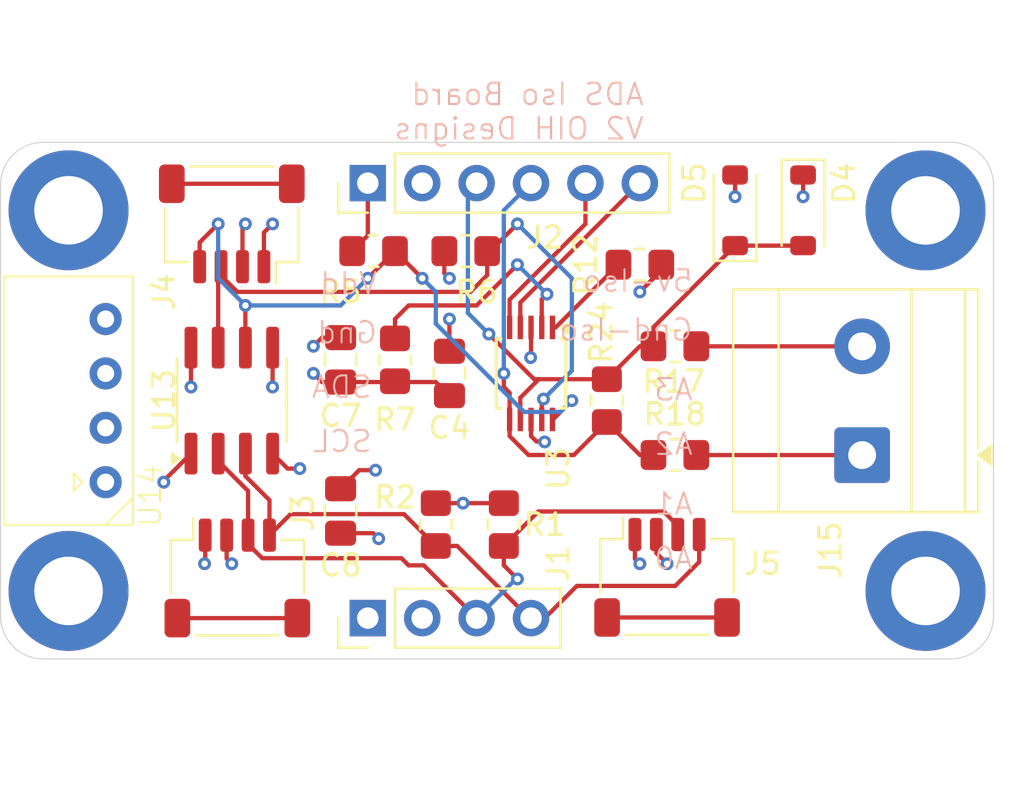
<source format=kicad_pcb>
(kicad_pcb (version 20241229) (generator "pcbnew") (generator_version "9.0")
  (layers (0 "F.Cu" signal) (4 "In1.Cu" signal) (6 "In2.Cu" signal) (2 "B.Cu" signal) (13 "F.Paste" user) (15 "B.Paste" user) (5 "F.SilkS" user "F.Silkscreen") (7 "B.SilkS" user "B.Silkscreen") (1 "F.Mask" user) (3 "B.Mask" user) (25 "Edge.Cuts" user))
  (net 0 "")
  (net 1 "Gnd-iso")
  (net 2 "5V-iso")
  (net 3 "GND")
  (net 4 "VDD")
  (net 5 "ADS_ADDR")
  (net 6 "SCL-5V")
  (net 7 "ADS_ALERT")
  (net 8 "SDA-5V")
  (net 9 "SDA")
  (net 10 "SCL")
  (net 11 "/AIN3")
  (net 12 "/AIN0")
  (net 13 "/AIN2")
  (net 14 "/AIN1")
  (net 15 "unconnected-(J3-MountPin-PadMP)")
  (net 16 "unconnected-(J4-MountPin-PadMP)")
  (net 17 "unconnected-(J5-MountPin-PadMP)")
  (net 18 "Net-(J15-Pin_2)")
  (net 19 "Net-(J15-Pin_1)")
  (footprint "Resistor_SMD:R_0805_2012Metric_Pad1.20x1.40mm_HandSolder" (layer "F.Cu") (at 132.08 55.805 90)
    (property "Reference" "R7" (at -2.794 0 0) (layer "F.SilkS"))
    (property "Value" "4.7K")
    (fp_line (start -0.227064 -0.735) (end 0.227064 -0.735) (stroke (width 0.12)) (layer "F.SilkS"))
    (fp_line (start -0.227064 0.735) (end 0.227064 0.735) (stroke (width 0.12)) (layer "F.SilkS"))
    (pad "1" smd roundrect (at -1 0 90) (size 1.2 1.4) (layers "F.Cu" "F.Mask" "F.Paste") (roundrect_rratio 0.208333) (net 2 "5V-iso"))
    (pad "2" smd roundrect (at 1 0 90) (size 1.2 1.4) (layers "F.Cu" "F.Mask" "F.Paste") (roundrect_rratio 0.208333) (net 7 "ADS_ALERT"))
  )
  (footprint "Resistor_SMD:R_0805_2012Metric_Pad1.20x1.40mm_HandSolder" (layer "F.Cu") (at 143.51 51.36)
    (property "Reference" "R12" (at -2.54 0 90) (layer "F.SilkS"))
    (property "Value" "0")
    (fp_line (start -0.227064 -0.735) (end 0.227064 -0.735) (stroke (width 0.12)) (layer "F.SilkS"))
    (fp_line (start -0.227064 0.735) (end 0.227064 0.735) (stroke (width 0.12)) (layer "F.SilkS"))
    (pad "1" smd roundrect (at -1 0) (size 1.2 1.4) (layers "F.Cu" "F.Mask" "F.Paste") (roundrect_rratio 0.208333) (net 5 "ADS_ADDR"))
    (pad "2" smd roundrect (at 1 0) (size 1.2 1.4) (layers "F.Cu" "F.Mask" "F.Paste") (roundrect_rratio 0.208333) (net 1 "Gnd-iso"))
  )
  (footprint "Diode_SMD:D_SOD-123" (layer "F.Cu") (at 151.13 48.82 -90)
    (property "Reference" "D4" (at -1.27 -1.905 90) (layer "F.SilkS"))
    (property "Value" "D_Schottky")
    (fp_line (start -2.36 1) (end 1.65 1) (stroke (width 0.12)) (layer "F.SilkS"))
    (fp_line (start -2.36 -1) (end -2.36 1) (stroke (width 0.12)) (layer "F.SilkS"))
    (fp_line (start -2.36 -1) (end 1.65 -1) (stroke (width 0.12)) (layer "F.SilkS"))
    (pad "1" smd roundrect (at -1.65 0 270) (size 0.9 1.2) (layers "F.Cu" "F.Mask" "F.Paste") (net 2 "5V-iso"))
    (pad "2" smd roundrect (at 1.65 0 270) (size 0.9 1.2) (layers "F.Cu" "F.Mask" "F.Paste") (net 11 "/AIN3"))
  )
  (footprint "Package_SO:TSSOP-10_3x3mm_P0.5mm" (layer "F.Cu") (at 138.43 56.44 -90)
    (property "Reference" "U3" (at 4.445 -1.27 90) (layer "F.SilkS"))
    (property "Value" "ADS1115IDGS")
    (fp_line (start -1.625 1.625) (end 1.625 1.625) (stroke (width 0.15)) (layer "F.SilkS"))
    (fp_line (start -1.625 1.625) (end -1.625 1.4) (stroke (width 0.15)) (layer "F.SilkS"))
    (fp_line (start 1.625 1.625) (end 1.625 1.4) (stroke (width 0.15)) (layer "F.SilkS"))
    (fp_line (start -1.625 -1.625) (end -1.625 -1.4) (stroke (width 0.15)) (layer "F.SilkS"))
    (fp_line (start -1.625 -1.625) (end 1.625 -1.625) (stroke (width 0.15)) (layer "F.SilkS"))
    (fp_line (start 1.625 -1.625) (end 1.625 -1.4) (stroke (width 0.15)) (layer "F.SilkS"))
    (fp_poly (pts (xy -2.1 -1.4) (xy -2.34 -1.73) (xy -1.86 -1.73) (xy -2.1 -1.4)) (stroke (width 0.12)) (fill yes) (layer "F.SilkS"))
    (pad "1" smd rect (at -2.15 -1 270) (size 1.1 0.25) (layers "F.Cu" "F.Mask" "F.Paste") (net 5 "ADS_ADDR"))
    (pad "2" smd rect (at -2.15 -0.5 270) (size 1.1 0.25) (layers "F.Cu" "F.Mask" "F.Paste") (net 7 "ADS_ALERT"))
    (pad "3" smd rect (at -2.15 0 270) (size 1.1 0.25) (layers "F.Cu" "F.Mask" "F.Paste") (net 1 "Gnd-iso"))
    (pad "4" smd rect (at -2.15 0.5 270) (size 1.1 0.25) (layers "F.Cu" "F.Mask" "F.Paste") (net 12 "/AIN0"))
    (pad "5" smd rect (at -2.15 1 270) (size 1.1 0.25) (layers "F.Cu" "F.Mask" "F.Paste") (net 14 "/AIN1"))
    (pad "6" smd rect (at 2.15 1 270) (size 1.1 0.25) (layers "F.Cu" "F.Mask" "F.Paste") (net 13 "/AIN2"))
    (pad "7" smd rect (at 2.15 0.5 270) (size 1.1 0.25) (layers "F.Cu" "F.Mask" "F.Paste") (net 11 "/AIN3"))
    (pad "8" smd rect (at 2.15 0 270) (size 1.1 0.25) (layers "F.Cu" "F.Mask" "F.Paste") (net 2 "5V-iso"))
    (pad "9" smd rect (at 2.15 -0.5 270) (size 1.1 0.25) (layers "F.Cu" "F.Mask" "F.Paste") (net 8 "SDA-5V"))
    (pad "10" smd rect (at 2.15 -1 270) (size 1.1 0.25) (layers "F.Cu" "F.Mask" "F.Paste") (net 6 "SCL-5V"))
  )
  (footprint "Library:XP SCT01F03S05" (layer "F.Cu") (at 117.46 56.41 90)
    (property "Reference" "U14" (at -5.745 3.19 90) (layer "F.SilkS") (effects (font (thickness 0.1))))
    (property "Value" "RFM-0505S")
    (fp_line (start -4.757053 -0.377577) (end -4.706253 -0.377577) (stroke (width 0.1)) (layer "F.SilkS"))
    (fp_line (start -5.519053 -0.377577) (end -4.757053 -0.377577) (stroke (width 0.1)) (layer "F.SilkS"))
    (fp_line (start -5.112653 0.028823) (end -4.706253 -0.377577) (stroke (width 0.1)) (layer "F.SilkS"))
    (fp_line (start -5.112653 0.028823) (end -5.519053 -0.377577) (stroke (width 0.1)) (layer "F.SilkS"))
    (fp_line (start -7.1 1.11) (end -5.83 2.38) (stroke (width 0.1)) (layer "F.SilkS"))
    (fp_rect (start -7.1 -3.62) (end 4.5 2.38) (stroke (width 0.1)) (fill no) (layer "F.SilkS"))
    (pad "1" thru_hole circle (at -5.11 1.11 90) (size 1.5 1.5) (drill 0.8) (layers "*.Cu" "*.Mask") (net 3 "GND"))
    (pad "2" thru_hole circle (at -2.57 1.11 90) (size 1.5 1.5) (drill 0.8) (layers "*.Cu" "*.Mask") (net 4 "VDD"))
    (pad "3" thru_hole circle (at -0.03 1.11 90) (size 1.5 1.5) (drill 0.8) (layers "*.Cu" "*.Mask") (net 1 "Gnd-iso"))
    (pad "4" thru_hole circle (at 2.51 1.11 90) (size 1.5 1.5) (drill 0.8) (layers "*.Cu" "*.Mask") (net 2 "5V-iso"))
  )
  (footprint "Package_SO:SOIC-8_3.9x4.9mm_P1.27mm" (layer "F.Cu") (at 124.46 57.71 90)
    (property "Reference" "U13" (at 0 -3.175 90) (layer "F.SilkS"))
    (property "Value" "ISO1540")
    (fp_line (start 0 -2.56) (end 1.95 -2.56) (stroke (width 0.12)) (layer "F.SilkS"))
    (fp_line (start 0 -2.56) (end -1.95 -2.56) (stroke (width 0.12)) (layer "F.SilkS"))
    (fp_line (start 0 2.56) (end 1.95 2.56) (stroke (width 0.12)) (layer "F.SilkS"))
    (fp_line (start 0 2.56) (end -1.95 2.56) (stroke (width 0.12)) (layer "F.SilkS"))
    (fp_poly (pts (xy -2.7 -2.465) (xy -2.94 -2.795) (xy -2.46 -2.795)) (stroke (width 0.12)) (fill yes) (layer "F.SilkS"))
    (pad "1" smd roundrect (at -2.475 -1.905 90) (size 1.95 0.6) (layers "F.Cu" "F.Mask" "F.Paste") (net 4 "VDD"))
    (pad "2" smd roundrect (at -2.475 -0.635 90) (size 1.95 0.6) (layers "F.Cu" "F.Mask" "F.Paste") (net 9 "SDA"))
    (pad "3" smd roundrect (at -2.475 0.635 90) (size 1.95 0.6) (layers "F.Cu" "F.Mask" "F.Paste") (net 10 "SCL"))
    (pad "4" smd roundrect (at -2.475 1.905 90) (size 1.95 0.6) (layers "F.Cu" "F.Mask" "F.Paste") (net 3 "GND"))
    (pad "5" smd roundrect (at 2.475 1.905 90) (size 1.95 0.6) (layers "F.Cu" "F.Mask" "F.Paste") (net 1 "Gnd-iso"))
    (pad "6" smd roundrect (at 2.475 0.635 90) (size 1.95 0.6) (layers "F.Cu" "F.Mask" "F.Paste") (net 6 "SCL-5V"))
    (pad "7" smd roundrect (at 2.475 -0.635 90) (size 1.95 0.6) (layers "F.Cu" "F.Mask" "F.Paste") (net 8 "SDA-5V"))
    (pad "8" smd roundrect (at 2.475 -1.905 90) (size 1.95 0.6) (layers "F.Cu" "F.Mask" "F.Paste") (net 2 "5V-iso"))
  )
  (footprint "MountingHole:MountingHole_3.2mm_M3_DIN965_Pad_TopBottom" (layer "F.Cu") (at 116.84 66.6 90)
    (property "Reference" "H1" (hide yes))
    (property "Value" "MountingHole")
    (pad "1" thru_hole circle (at 0 0 90) (size 3.6 3.6) (drill 3.2) (layers "*.Cu" "*.Mask"))
    (pad "1" connect circle (at 0 0 90) (size 5.6 5.6) (layers "F.Cu" "F.Mask"))
    (pad "1" connect circle (at 0 0 90) (size 5.6 5.6) (layers "B.Cu" "B.Mask"))
  )
  (footprint "TerminalBlock_Phoenix:TerminalBlock_Phoenix_MKDS-3-2-5.08_1x02_P5.08mm_Horizontal" (layer "F.Cu") (at 153.88625 60.255 90)
    (property "Reference" "J15" (at -4.44 -1.48625 90) (layer "F.SilkS"))
    (property "Value" "Barrel_Jack")
    (fp_line (start 7.74 -6.02) (end 7.74 5.42) (stroke (width 0.12)) (layer "F.SilkS"))
    (fp_line (start -2.66 -6.02) (end 7.74 -6.02) (stroke (width 0.12)) (layer "F.SilkS"))
    (fp_line (start -2.66 -3.9) (end 7.74 -3.9) (stroke (width 0.12)) (layer "F.SilkS"))
    (fp_line (start -2.66 2.3) (end 7.74 2.3) (stroke (width 0.12)) (layer "F.SilkS"))
    (fp_line (start -2.66 4.8) (end 7.74 4.8) (stroke (width 0.12)) (layer "F.SilkS"))
    (fp_line (start 7.74 5.42) (end 0.3 5.42) (stroke (width 0.12)) (layer "F.SilkS"))
    (fp_line (start -0.3 5.42) (end -2.66 5.42) (stroke (width 0.12)) (layer "F.SilkS"))
    (fp_line (start -2.66 5.42) (end -2.66 -6.02) (stroke (width 0.12)) (layer "F.SilkS"))
    (fp_poly (pts (xy 0 5.42) (xy 0.44 6.03) (xy -0.44 6.03)) (stroke (width 0.12)) (fill yes) (layer "F.SilkS"))
    (pad "1" thru_hole roundrect (at 0 0 90) (size 2.6 2.6) (drill 1.3) (layers "*.Cu" "*.Mask") (roundrect_rratio 0.096154) (net 19 "Net-(J15-Pin_1)"))
    (pad "2" thru_hole circle (at 5.08 0 90) (size 2.6 2.6) (drill 1.3) (layers "*.Cu" "*.Mask") (net 18 "Net-(J15-Pin_2)"))
  )
  (footprint "Resistor_SMD:R_0805_2012Metric_Pad1.20x1.40mm_HandSolder" (layer "F.Cu") (at 141.97 57.71 -90)
    (property "Reference" "R24" (at -3.175 0.265 90) (layer "F.SilkS"))
    (property "Value" "15K")
    (fp_line (start -0.227064 0.735) (end 0.227064 0.735) (stroke (width 0.12)) (layer "F.SilkS"))
    (fp_line (start -0.227064 -0.735) (end 0.227064 -0.735) (stroke (width 0.12)) (layer "F.SilkS"))
    (pad "1" smd roundrect (at -1 0 270) (size 1.2 1.4) (layers "F.Cu" "F.Mask" "F.Paste") (roundrect_rratio 0.208333) (net 11 "/AIN3"))
    (pad "2" smd roundrect (at 1 0 270) (size 1.2 1.4) (layers "F.Cu" "F.Mask" "F.Paste") (roundrect_rratio 0.208333) (net 13 "/AIN2"))
  )
  (footprint "Capacitor_SMD:C_0805_2012Metric_Pad1.18x1.45mm_HandSolder" (layer "F.Cu") (at 129.54 62.865 -90)
    (property "Reference" "C8" (at 2.54 0 180) (layer "F.SilkS"))
    (property "Value" "0.1uF")
    (fp_line (start -0.261252 0.735) (end 0.261252 0.735) (stroke (width 0.12)) (layer "F.SilkS"))
    (fp_line (start -0.261252 -0.735) (end 0.261252 -0.735) (stroke (width 0.12)) (layer "F.SilkS"))
    (pad "1" smd roundrect (at -1.0375 0 270) (size 1.175 1.45) (layers "F.Cu" "F.Mask" "F.Paste") (roundrect_rratio 0.212766) (net 4 "VDD"))
    (pad "2" smd roundrect (at 1.0375 0 270) (size 1.175 1.45) (layers "F.Cu" "F.Mask" "F.Paste") (roundrect_rratio 0.212766) (net 3 "GND"))
  )
  (footprint "Connector_JST:JST_SH_SM04B-SRSS-TB_1x04-1MP_P1.00mm_Horizontal" (layer "F.Cu") (at 124.46 49.455 180)
    (property "Reference" "J4" (at 3.175 -3.175 90) (layer "F.SilkS"))
    (property "Value" "Conn_01x04_MountingPin")
    (fp_line (start 3.11 0.715) (end 3.11 -1.785) (stroke (width 0.12)) (layer "F.SilkS"))
    (fp_line (start 3.11 -1.785) (end 2.06 -1.785) (stroke (width 0.12)) (layer "F.SilkS"))
    (fp_line (start -1.94 2.685) (end 1.94 2.685) (stroke (width 0.12)) (layer "F.SilkS"))
    (fp_line (start -2.06 -1.785) (end -2.06 -2.775) (stroke (width 0.12)) (layer "F.SilkS"))
    (fp_line (start -3.11 0.715) (end -3.11 -1.785) (stroke (width 0.12)) (layer "F.SilkS"))
    (fp_line (start -3.11 -1.785) (end -2.06 -1.785) (stroke (width 0.12)) (layer "F.SilkS"))
    (pad "1" smd roundrect (at -1.5 -2 180) (size 0.6 1.55) (layers "F.Cu" "F.Mask" "F.Paste") (net 1 "Gnd-iso"))
    (pad "2" smd roundrect (at -0.5 -2 180) (size 0.6 1.55) (layers "F.Cu" "F.Mask" "F.Paste") (net 2 "5V-iso"))
    (pad "3" smd roundrect (at 0.5 -2 180) (size 0.6 1.55) (layers "F.Cu" "F.Mask" "F.Paste") (net 8 "SDA-5V"))
    (pad "4" smd roundrect (at 1.5 -2 180) (size 0.6 1.55) (layers "F.Cu" "F.Mask" "F.Paste") (net 6 "SCL-5V"))
    (pad "MP" smd roundrect (at -2.8 1.875 180) (size 1.2 1.8) (layers "F.Cu" "F.Mask" "F.Paste") (roundrect_rratio 0.208333) (net 16 "unconnected-(J4-MountPin-PadMP)"))
    (pad "MP" smd roundrect (at 2.8 1.875 180) (size 1.2 1.8) (layers "F.Cu" "F.Mask" "F.Paste") (roundrect_rratio 0.208333) (net 16 "unconnected-(J4-MountPin-PadMP)"))
  )
  (footprint "Connector_PinHeader_2.54mm:PinHeader_1x06_P2.54mm_Vertical" (layer "F.Cu") (at 130.81 47.55 90)
    (property "Reference" "J2" (at -2.54 8.255 0) (layer "F.SilkS"))
    (property "Value" "Screw_Terminal_01x06")
    (fp_line (start -1.38 -1.38) (end 0 -1.38) (stroke (width 0.12)) (layer "F.SilkS"))
    (fp_line (start -1.38 0) (end -1.38 -1.38) (stroke (width 0.12)) (layer "F.SilkS"))
    (fp_line (start 1.38 1.27) (end 1.38 14.08) (stroke (width 0.12)) (layer "F.SilkS"))
    (fp_line (start -1.38 1.27) (end 1.38 1.27) (stroke (width 0.12)) (layer "F.SilkS"))
    (fp_line (start -1.38 1.27) (end -1.38 14.08) (stroke (width 0.12)) (layer "F.SilkS"))
    (fp_line (start -1.38 14.08) (end 1.38 14.08) (stroke (width 0.12)) (layer "F.SilkS"))
    (pad "1" thru_hole rect (at 0 0 90) (size 1.7 1.7) (drill 1) (layers "*.Cu" "*.Mask") (net 2 "5V-iso"))
    (pad "2" thru_hole circle (at 0 2.54 90) (size 1.7 1.7) (drill 1) (layers "*.Cu" "*.Mask") (net 1 "Gnd-iso"))
    (pad "3" thru_hole circle (at 0 5.08 90) (size 1.7 1.7) (drill 1) (layers "*.Cu" "*.Mask") (net 11 "/AIN3"))
    (pad "4" thru_hole circle (at 0 7.62 90) (size 1.7 1.7) (drill 1) (layers "*.Cu" "*.Mask") (net 13 "/AIN2"))
    (pad "5" thru_hole circle (at 0 10.16 90) (size 1.7 1.7) (drill 1) (layers "*.Cu" "*.Mask") (net 14 "/AIN1"))
    (pad "6" thru_hole circle (at 0 12.7 90) (size 1.7 1.7) (drill 1) (layers "*.Cu" "*.Mask") (net 12 "/AIN0"))
  )
  (footprint "Connector_JST:JST_SH_SM04B-SRSS-TB_1x04-1MP_P1.00mm_Horizontal" (layer "F.Cu") (at 144.78 65.965)
    (property "Reference" "J5" (at 4.445 -0.635 0) (layer "F.SilkS"))
    (property "Value" "Conn_01x04_MountingPin")
    (fp_line (start -3.11 -1.785) (end -2.06 -1.785) (stroke (width 0.12)) (layer "F.SilkS"))
    (fp_line (start -3.11 0.715) (end -3.11 -1.785) (stroke (width 0.12)) (layer "F.SilkS"))
    (fp_line (start -2.06 -1.785) (end -2.06 -2.775) (stroke (width 0.12)) (layer "F.SilkS"))
    (fp_line (start -1.94 2.685) (end 1.94 2.685) (stroke (width 0.12)) (layer "F.SilkS"))
    (fp_line (start 3.11 -1.785) (end 2.06 -1.785) (stroke (width 0.12)) (layer "F.SilkS"))
    (fp_line (start 3.11 0.715) (end 3.11 -1.785) (stroke (width 0.12)) (layer "F.SilkS"))
    (pad "1" smd roundrect (at -1.5 -2) (size 0.6 1.55) (layers "F.Cu" "F.Mask" "F.Paste") (net 3 "GND"))
    (pad "2" smd roundrect (at -0.5 -2) (size 0.6 1.55) (layers "F.Cu" "F.Mask" "F.Paste") (net 4 "VDD"))
    (pad "3" smd roundrect (at 0.5 -2) (size 0.6 1.55) (layers "F.Cu" "F.Mask" "F.Paste") (net 9 "SDA"))
    (pad "4" smd roundrect (at 1.5 -2) (size 0.6 1.55) (layers "F.Cu" "F.Mask" "F.Paste") (net 10 "SCL"))
    (pad "MP" smd roundrect (at -2.8 1.875) (size 1.2 1.8) (layers "F.Cu" "F.Mask" "F.Paste") (roundrect_rratio 0.208333) (net 17 "unconnected-(J5-MountPin-PadMP)"))
    (pad "MP" smd roundrect (at 2.8 1.875) (size 1.2 1.8) (layers "F.Cu" "F.Mask" "F.Paste") (roundrect_rratio 0.208333) (net 17 "unconnected-(J5-MountPin-PadMP)"))
  )
  (footprint "Resistor_SMD:R_0805_2012Metric_Pad1.20x1.40mm_HandSolder" (layer "F.Cu") (at 145.145 60.25 180)
    (property "Reference" "R18" (at 0 1.905 0) (layer "F.SilkS"))
    (property "Value" "499.0K")
    (fp_line (start -0.227064 0.735) (end 0.227064 0.735) (stroke (width 0.12)) (layer "F.SilkS"))
    (fp_line (start -0.227064 -0.735) (end 0.227064 -0.735) (stroke (width 0.12)) (layer "F.SilkS"))
    (pad "1" smd roundrect (at -1 0 180) (size 1.2 1.4) (layers "F.Cu" "F.Mask" "F.Paste") (roundrect_rratio 0.208333) (net 19 "Net-(J15-Pin_1)"))
    (pad "2" smd roundrect (at 1 0 180) (size 1.2 1.4) (layers "F.Cu" "F.Mask" "F.Paste") (roundrect_rratio 0.208333) (net 13 "/AIN2"))
  )
  (footprint "MountingHole:MountingHole_3.2mm_M3_DIN965_Pad_TopBottom" (layer "F.Cu") (at 116.84 48.82 90)
    (property "Reference" "H2" (hide yes))
    (property "Value" "MountingHole")
    (pad "1" thru_hole circle (at 0 0 90) (size 3.6 3.6) (drill 3.2) (layers "*.Cu" "*.Mask"))
    (pad "1" connect circle (at 0 0 90) (size 5.6 5.6) (layers "F.Cu" "F.Mask"))
    (pad "1" connect circle (at 0 0 90) (size 5.6 5.6) (layers "B.Cu" "B.Mask"))
  )
  (footprint "MountingHole:MountingHole_3.2mm_M3_DIN965_Pad_TopBottom" (layer "F.Cu") (at 156.845 48.825 90)
    (property "Reference" "H4" (hide yes))
    (property "Value" "MountingHole")
    (pad "1" thru_hole circle (at 0 0 90) (size 3.6 3.6) (drill 3.2) (layers "*.Cu" "*.Mask"))
    (pad "1" connect circle (at 0 0 90) (size 5.6 5.6) (layers "F.Cu" "F.Mask"))
    (pad "1" connect circle (at 0 0 90) (size 5.6 5.6) (layers "B.Cu" "B.Mask"))
  )
  (footprint "Capacitor_SMD:C_0805_2012Metric_Pad1.18x1.45mm_HandSolder" (layer "F.Cu") (at 129.54 55.805 90)
    (property "Reference" "C7" (at -2.615 0 180) (layer "F.SilkS"))
    (property "Value" "0.1uF")
    (fp_line (start -0.261252 -0.735) (end 0.261252 -0.735) (stroke (width 0.12)) (layer "F.SilkS"))
    (fp_line (start -0.261252 0.735) (end 0.261252 0.735) (stroke (width 0.12)) (layer "F.SilkS"))
    (pad "1" smd roundrect (at -1.0375 0 90) (size 1.175 1.45) (layers "F.Cu" "F.Mask" "F.Paste") (roundrect_rratio 0.212766) (net 2 "5V-iso"))
    (pad "2" smd roundrect (at 1.0375 0 90) (size 1.175 1.45) (layers "F.Cu" "F.Mask" "F.Paste") (roundrect_rratio 0.212766) (net 1 "Gnd-iso"))
  )
  (footprint "Connector_JST:JST_SH_SM04B-SRSS-TB_1x04-1MP_P1.00mm_Horizontal" (layer "F.Cu") (at 124.72 65.995)
    (property "Reference" "J3" (at 3.048 -3.048 90) (layer "F.SilkS"))
    (property "Value" "Conn_01x04_MountingPin")
    (fp_line (start -3.11 -1.785) (end -2.06 -1.785) (stroke (width 0.12)) (layer "F.SilkS"))
    (fp_line (start -3.11 0.715) (end -3.11 -1.785) (stroke (width 0.12)) (layer "F.SilkS"))
    (fp_line (start -2.06 -1.785) (end -2.06 -2.775) (stroke (width 0.12)) (layer "F.SilkS"))
    (fp_line (start -1.94 2.685) (end 1.94 2.685) (stroke (width 0.12)) (layer "F.SilkS"))
    (fp_line (start 3.11 -1.785) (end 2.06 -1.785) (stroke (width 0.12)) (layer "F.SilkS"))
    (fp_line (start 3.11 0.715) (end 3.11 -1.785) (stroke (width 0.12)) (layer "F.SilkS"))
    (pad "1" smd roundrect (at -1.5 -2) (size 0.6 1.55) (layers "F.Cu" "F.Mask" "F.Paste") (net 3 "GND"))
    (pad "2" smd roundrect (at -0.5 -2) (size 0.6 1.55) (layers "F.Cu" "F.Mask" "F.Paste") (net 4 "VDD"))
    (pad "3" smd roundrect (at 0.5 -2) (size 0.6 1.55) (layers "F.Cu" "F.Mask" "F.Paste") (net 9 "SDA"))
    (pad "4" smd roundrect (at 1.5 -2) (size 0.6 1.55) (layers "F.Cu" "F.Mask" "F.Paste") (net 10 "SCL"))
    (pad "MP" smd roundrect (at -2.8 1.875) (size 1.2 1.8) (layers "F.Cu" "F.Mask" "F.Paste") (roundrect_rratio 0.208333) (net 15 "unconnected-(J3-MountPin-PadMP)"))
    (pad "MP" smd roundrect (at 2.8 1.875) (size 1.2 1.8) (layers "F.Cu" "F.Mask" "F.Paste") (roundrect_rratio 0.208333) (net 15 "unconnected-(J3-MountPin-PadMP)"))
  )
  (footprint "Capacitor_SMD:C_0805_2012Metric_Pad1.18x1.45mm_HandSolder" (layer "F.Cu") (at 134.62 56.44 -90)
    (property "Reference" "C4" (at 2.54 0 0) (layer "F.SilkS"))
    (property "Value" "0.1uF")
    (fp_line (start -0.261252 0.735) (end 0.261252 0.735) (stroke (width 0.12)) (layer "F.SilkS"))
    (fp_line (start -0.261252 -0.735) (end 0.261252 -0.735) (stroke (width 0.12)) (layer "F.SilkS"))
    (pad "1" smd roundrect (at -1.0375 0 270) (size 1.175 1.45) (layers "F.Cu" "F.Mask" "F.Paste") (roundrect_rratio 0.212766) (net 1 "Gnd-iso"))
    (pad "2" smd roundrect (at 1.0375 0 270) (size 1.175 1.45) (layers "F.Cu" "F.Mask" "F.Paste") (roundrect_rratio 0.212766) (net 2 "5V-iso"))
  )
  (footprint "Resistor_SMD:R_0805_2012Metric_Pad1.20x1.40mm_HandSolder" (layer "F.Cu") (at 145.145 55.17 180)
    (property "Reference" "R17" (at 0.04875 -1.65 0) (layer "F.SilkS"))
    (property "Value" "499.0K")
    (fp_line (start -0.227064 0.735) (end 0.227064 0.735) (stroke (width 0.12)) (layer "F.SilkS"))
    (fp_line (start -0.227064 -0.735) (end 0.227064 -0.735) (stroke (width 0.12)) (layer "F.SilkS"))
    (pad "1" smd roundrect (at -1 0 180) (size 1.2 1.4) (layers "F.Cu" "F.Mask" "F.Paste") (roundrect_rratio 0.208333) (net 18 "Net-(J15-Pin_2)"))
    (pad "2" smd roundrect (at 1 0 180) (size 1.2 1.4) (layers "F.Cu" "F.Mask" "F.Paste") (roundrect_rratio 0.208333) (net 11 "/AIN3"))
  )
  (footprint "Resistor_SMD:R_0805_2012Metric_Pad1.20x1.40mm_HandSolder" (layer "F.Cu") (at 137.16 63.5 -90)
    (property "Reference" "R1" (at 0 -1.905 180) (layer "F.SilkS"))
    (property "Value" "4.7K")
    (fp_line (start -0.227064 0.735) (end 0.227064 0.735) (stroke (width 0.12)) (layer "F.SilkS"))
    (fp_line (start -0.227064 -0.735) (end 0.227064 -0.735) (stroke (width 0.12)) (layer "F.SilkS"))
    (pad "1" smd roundrect (at -1 0 270) (size 1.2 1.4) (layers "F.Cu" "F.Mask" "F.Paste") (roundrect_rratio 0.208333) (net 4 "VDD"))
    (pad "2" smd roundrect (at 1 0 270) (size 1.2 1.4) (layers "F.Cu" "F.Mask" "F.Paste") (roundrect_rratio 0.208333) (net 9 "SDA"))
  )
  (footprint "Resistor_SMD:R_0805_2012Metric_Pad1.20x1.40mm_HandSolder" (layer "F.Cu") (at 135.382 50.725)
    (property "Reference" "R6" (at 0.508 1.905 0) (layer "F.SilkS"))
    (property "Value" "4.7K")
    (fp_line (start -0.227064 -0.735) (end 0.227064 -0.735) (stroke (width 0.12)) (layer "F.SilkS"))
    (fp_line (start -0.227064 0.735) (end 0.227064 0.735) (stroke (width 0.12)) (layer "F.SilkS"))
    (pad "1" smd roundrect (at -1 0) (size 1.2 1.4) (layers "F.Cu" "F.Mask" "F.Paste") (roundrect_rratio 0.208333) (net 2 "5V-iso"))
    (pad "2" smd roundrect (at 1 0) (size 1.2 1.4) (layers "F.Cu" "F.Mask" "F.Paste") (roundrect_rratio 0.208333) (net 8 "SDA-5V"))
  )
  (footprint "Diode_SMD:D_SOD-123" (layer "F.Cu") (at 147.955 48.82 90)
    (property "Reference" "D5" (at 1.27 -1.905 90) (layer "F.SilkS"))
    (property "Value" "D_Schottky")
    (fp_line (start -2.36 -1) (end 1.65 -1) (stroke (width 0.12)) (layer "F.SilkS"))
    (fp_line (start -2.36 -1) (end -2.36 1) (stroke (width 0.12)) (layer "F.SilkS"))
    (fp_line (start -2.36 1) (end 1.65 1) (stroke (width 0.12)) (layer "F.SilkS"))
    (pad "1" smd roundrect (at -1.65 0 90) (size 0.9 1.2) (layers "F.Cu" "F.Mask" "F.Paste") (net 11 "/AIN3"))
    (pad "2" smd roundrect (at 1.65 0 90) (size 0.9 1.2) (layers "F.Cu" "F.Mask" "F.Paste") (net 1 "Gnd-iso"))
  )
  (footprint "MountingHole:MountingHole_3.2mm_M3_DIN965_Pad_TopBottom" (layer "F.Cu") (at 156.845 66.6 90)
    (property "Reference" "H3" (hide yes))
    (property "Value" "MountingHole")
    (pad "1" thru_hole circle (at 0 0 90) (size 3.6 3.6) (drill 3.2) (layers "*.Cu" "*.Mask"))
    (pad "1" connect circle (at 0 0 90) (size 5.6 5.6) (layers "F.Cu" "F.Mask"))
    (pad "1" connect circle (at 0 0 90) (size 5.6 5.6) (layers "B.Cu" "B.Mask"))
  )
  (footprint "Resistor_SMD:R_0805_2012Metric_Pad1.20x1.40mm_HandSolder" (layer "F.Cu") (at 131.08 50.725)
    (property "Reference" "R5" (at -1.54 1.905 0) (layer "F.SilkS"))
    (property "Value" "4.7K")
    (fp_line (start -0.227064 -0.735) (end 0.227064 -0.735) (stroke (width 0.12)) (layer "F.SilkS"))
    (fp_line (start -0.227064 0.735) (end 0.227064 0.735) (stroke (width 0.12)) (layer "F.SilkS"))
    (pad "1" smd roundrect (at -1 0) (size 1.2 1.4) (layers "F.Cu" "F.Mask" "F.Paste") (roundrect_rratio 0.208333) (net 2 "5V-iso"))
    (pad "2" smd roundrect (at 1 0) (size 1.2 1.4) (layers "F.Cu" "F.Mask" "F.Paste") (roundrect_rratio 0.208333) (net 6 "SCL-5V"))
  )
  (footprint "Connector_PinHeader_2.54mm:PinHeader_1x04_P2.54mm_Vertical" (layer "F.Cu") (at 130.81 67.87 90)
    (property "Reference" "J1" (at 2.54 8.89 90) (layer "F.SilkS"))
    (property "Value" "Screw_Terminal_01x04")
    (fp_line (start -1.38 -1.38) (end 0 -1.38) (stroke (width 0.12)) (layer "F.SilkS"))
    (fp_line (start -1.38 0) (end -1.38 -1.38) (stroke (width 0.12)) (layer "F.SilkS"))
    (fp_line (start 1.38 1.27) (end 1.38 9) (stroke (width 0.12)) (layer "F.SilkS"))
    (fp_line (start -1.38 1.27) (end 1.38 1.27) (stroke (width 0.12)) (layer "F.SilkS"))
    (fp_line (start -1.38 1.27) (end -1.38 9) (stroke (width 0.12)) (layer "F.SilkS"))
    (fp_line (start -1.38 9) (end 1.38 9) (stroke (width 0.12)) (layer "F.SilkS"))
    (pad "1" thru_hole rect (at 0 0 90) (size 1.7 1.7) (drill 1) (layers "*.Cu" "*.Mask") (net 4 "VDD"))
    (pad "2" thru_hole circle (at 0 2.54 90) (size 1.7 1.7) (drill 1) (layers "*.Cu" "*.Mask") (net 3 "GND"))
    (pad "3" thru_hole circle (at 0 5.08 90) (size 1.7 1.7) (drill 1) (layers "*.Cu" "*.Mask") (net 9 "SDA"))
    (pad "4" thru_hole circle (at 0 7.62 90) (size 1.7 1.7) (drill 1) (layers "*.Cu" "*.Mask") (net 10 "SCL"))
  )
  (footprint "Resistor_SMD:R_0805_2012Metric_Pad1.20x1.40mm_HandSolder" (layer "F.Cu") (at 133.985 63.5 -90)
    (property "Reference" "R2" (at -1.27 1.905 0) (layer "F.SilkS"))
    (property "Value" "4.7K")
    (fp_line (start -0.227064 0.735) (end 0.227064 0.735) (stroke (width 0.12)) (layer "F.SilkS"))
    (fp_line (start -0.227064 -0.735) (end 0.227064 -0.735) (stroke (width 0.12)) (layer "F.SilkS"))
    (pad "1" smd roundrect (at -1 0 270) (size 1.2 1.4) (layers "F.Cu" "F.Mask" "F.Paste") (roundrect_rratio 0.208333) (net 4 "VDD"))
    (pad "2" smd roundrect (at 1 0 270) (size 1.2 1.4) (layers "F.Cu" "F.Mask" "F.Paste") (roundrect_rratio 0.208333) (net 10 "SCL"))
  )
  (gr_line (start 115.665051 45.643868) (end 158.020051 45.644949) (stroke (width 0.05)) (layer "Edge.Cuts"))
  (gr_line (start 113.665 67.775) (end 113.665 47.643868) (stroke (width 0.05)) (layer "Edge.Cuts"))
  (gr_arc (start 113.665 47.643868) (mid 114.25081 46.229622) (end 115.665051 45.643868) (stroke (width 0.05)) (layer "Edge.Cuts"))
  (gr_arc (start 160.02 67.775) (mid 159.434214 69.189214) (end 158.02 69.775) (stroke (width 0.05)) (layer "Edge.Cuts"))
  (gr_line (start 158.02 69.775) (end 115.665 69.775) (stroke (width 0.05)) (layer "Edge.Cuts"))
  (gr_line (start 160.02 47.644949) (end 160.02 67.775) (stroke (width 0.05)) (layer "Edge.Cuts"))
  (gr_arc (start 158.020051 45.644949) (mid 159.434214 46.230756) (end 160.02 47.644949) (stroke (width 0.05)) (layer "Edge.Cuts"))
  (gr_arc (start 115.665 69.775) (mid 114.250786 69.189214) (end 113.665 67.775) (stroke (width 0.05)) (layer "Edge.Cuts"))
  (gr_text "SDA" (at 131.064 57.658 0) (layer "B.SilkS") (effects (font (size 1 1) (thickness 0.1)) (justify left bottom mirror)))
  (gr_text "A1" (at 146.05 63.119 0) (layer "B.SilkS") (effects (font (size 1 1) (thickness 0.1)) (justify left bottom mirror)))
  (gr_text "A3" (at 146.05 57.785 0) (layer "B.SilkS") (effects (font (size 1 1) (thickness 0.1)) (justify left bottom mirror)))
  (gr_text "ADS Iso Board\nV2 OIH Designs" (at 143.764 45.593 0) (layer "B.SilkS") (effects (font (size 1 1) (thickness 0.1)) (justify left bottom mirror)))
  (gr_text "Gnd-Iso" (at 146.05 54.991 0) (layer "B.SilkS") (effects (font (size 1 1) (thickness 0.1)) (justify left bottom mirror)))
  (gr_text "SCL" (at 131.064 60.198 0) (layer "B.SilkS") (effects (font (size 1 1) (thickness 0.1)) (justify left bottom mirror)))
  (gr_text "5v-Iso" (at 146.05 52.705 0) (layer "B.SilkS") (effects (font (size 1 1) (thickness 0.1)) (justify left bottom mirror)))
  (gr_text "A2" (at 146.05 60.325 0) (layer "B.SilkS") (effects (font (size 1 1) (thickness 0.1)) (justify left bottom mirror)))
  (gr_text "Vdd" (at 131.318 52.832 0) (layer "B.SilkS") (effects (font (size 1 1) (thickness 0.1)) (justify left bottom mirror)))
  (gr_text "A0" (at 146.05 65.659 0) (layer "B.SilkS") (effects (font (size 1 1) (thickness 0.1)) (justify left bottom mirror)))
  (gr_text "Gnd" (at 131.318 55.118 0) (layer "B.SilkS") (effects (font (size 1 1) (thickness 0.1)) (justify left bottom mirror)))
  (segment (start 144.51 51.63) (end 143.51 52.63) (width 0.2) (layer "F.Cu") (net 1))
  (segment (start 125.96 51.455) (end 125.96 49.86) (width 0.2) (layer "F.Cu") (net 1))
  (segment (start 128.6725 54.7675) (end 128.27 55.17) (width 0.2) (layer "F.Cu") (net 1))
  (segment (start 126.365 55.235) (end 126.365 57.075) (width 0.2) (layer "F.Cu") (net 1))
  (segment (start 125.96 49.86) (end 126.365 49.455) (width 0.2) (layer "F.Cu") (net 1))
  (segment (start 144.51 51.36) (end 144.51 51.63) (width 0.2) (layer "F.Cu") (net 1))
  (segment (start 138.43 54.29) (end 138.43 55.718472) (width 0.2) (layer "F.Cu") (net 1))
  (segment (start 138.43 55.718472) (end 138.410913 55.699385) (width 0.2) (layer "F.Cu") (net 1))
  (segment (start 134.62 55.4025) (end 134.62 53.9) (width 0.2) (layer "F.Cu") (net 1))
  (segment (start 147.955 47.17) (end 147.955 48.185) (width 0.2) (layer "F.Cu") (net 1))
  (segment (start 129.54 54.7675) (end 128.6725 54.7675) (width 0.2) (layer "F.Cu") (net 1))
  (via (at 143.51 52.63) (size 0.6) (drill 0.3) (layers "F.Cu" "B.Cu") (net 1))
  (via (at 147.955 48.185) (size 0.6) (drill 0.3) (layers "F.Cu" "B.Cu") (net 1))
  (via (at 126.365 49.455) (size 0.6) (drill 0.3) (layers "F.Cu" "B.Cu") (net 1))
  (via (at 134.62 53.9) (size 0.6) (drill 0.3) (layers "F.Cu" "B.Cu") (net 1))
  (via (at 138.410913 55.699385) (size 0.6) (drill 0.3) (layers "F.Cu" "B.Cu") (net 1))
  (via (at 128.27 55.17) (size 0.6) (drill 0.3) (layers "F.Cu" "B.Cu") (net 1))
  (via (at 126.365 57.075) (size 0.6) (drill 0.3) (layers "F.Cu" "B.Cu") (net 1))
  (segment (start 134.382 51.757) (end 134.62 51.995) (width 0.2) (layer "F.Cu") (net 2))
  (segment (start 129.54 56.8425) (end 128.6725 56.8425) (width 0.2) (layer "F.Cu") (net 2))
  (segment (start 139.065 59.639366) (end 139.065524 59.63989) (width 0.2) (layer "F.Cu") (net 2))
  (segment (start 138.678 59.615) (end 139.065 59.615) (width 0.2) (layer "F.Cu") (net 2))
  (segment (start 130.81 49.995) (end 130.08 50.725) (width 0.2) (layer "F.Cu") (net 2))
  (segment (start 139.065 59.615) (end 139.065 59.639366) (width 0.2) (layer "F.Cu") (net 2))
  (segment (start 128.6725 56.8425) (end 128.27 56.44) (width 0.2) (layer "F.Cu") (net 2))
  (segment (start 124.96 49.59) (end 125.095 49.455) (width 0.2) (layer "F.Cu") (net 2))
  (segment (start 134.382 50.725) (end 134.382 51.757) (width 0.2) (layer "F.Cu") (net 2))
  (segment (start 151.13 47.17) (end 151.13 48.185) (width 0.2) (layer "F.Cu") (net 2))
  (segment (start 129.54 56.8425) (end 133.985 56.8425) (width 0.2) (layer "F.Cu") (net 2))
  (segment (start 130.81 47.55) (end 130.81 49.995) (width 0.2) (layer "F.Cu") (net 2))
  (segment (start 138.43 59.367) (end 138.678 59.615) (width 0.2) (layer "F.Cu") (net 2))
  (segment (start 133.985 56.8425) (end 134.62 57.4775) (width 0.2) (layer "F.Cu") (net 2))
  (segment (start 122.555 55.235) (end 122.555 57.075) (width 0.2) (layer "F.Cu") (net 2))
  (segment (start 124.96 51.455) (end 124.96 49.59) (width 0.2) (layer "F.Cu") (net 2))
  (segment (start 138.43 58.59) (end 138.43 59.367) (width 0.2) (layer "F.Cu") (net 2))
  (via (at 125.095 49.455) (size 0.6) (drill 0.3) (layers "F.Cu" "B.Cu") (net 2))
  (via (at 128.27 56.44) (size 0.6) (drill 0.3) (layers "F.Cu" "B.Cu") (net 2))
  (via (at 122.555 57.075) (size 0.6) (drill 0.3) (layers "F.Cu" "B.Cu") (net 2))
  (via (at 151.13 48.185) (size 0.6) (drill 0.3) (layers "F.Cu" "B.Cu") (net 2))
  (via (at 139.065524 59.63989) (size 0.6) (drill 0.3) (layers "F.Cu" "B.Cu") (net 2))
  (via (at 134.62 51.995) (size 0.6) (drill 0.3) (layers "F.Cu" "B.Cu") (net 2))
  (segment (start 126.365 60.185) (end 127.065 60.885) (width 0.2) (layer "F.Cu") (net 3))
  (segment (start 127.065 60.885) (end 127.635 60.885) (width 0.2) (layer "F.Cu") (net 3))
  (segment (start 123.22 65.3) (end 123.19 65.33) (width 0.2) (layer "F.Cu") (net 3))
  (segment (start 129.54 63.9025) (end 131.064 63.9025) (width 0.2) (layer "F.Cu") (net 3))
  (segment (start 123.22 63.995) (end 123.22 65.3) (width 0.2) (layer "F.Cu") (net 3))
  (segment (start 143.28 63.965) (end 143.28 65.1) (width 0.2) (layer "F.Cu") (net 3))
  (segment (start 143.28 65.1) (end 143.51 65.33) (width 0.2) (layer "F.Cu") (net 3))
  (segment (start 131.064 63.9025) (end 131.318 64.1565) (width 0.2) (layer "F.Cu") (net 3))
  (via (at 127.635 60.885) (size 0.6) (drill 0.3) (layers "F.Cu" "B.Cu") (net 3))
  (via (at 123.19 65.33) (size 0.6) (drill 0.3) (layers "F.Cu" "B.Cu") (net 3))
  (via (at 143.51 65.33) (size 0.6) (drill 0.3) (layers "F.Cu" "B.Cu") (net 3))
  (via (at 131.318 64.1565) (size 0.6) (drill 0.3) (layers "F.Cu" "B.Cu") (net 3))
  (segment (start 135.255 62.5) (end 133.985 62.5) (width 0.2) (layer "F.Cu") (net 4))
  (segment (start 137.16 62.5) (end 135.255 62.5) (width 0.2) (layer "F.Cu") (net 4))
  (segment (start 144.28 63.965) (end 144.28 64.83) (width 0.2) (layer "F.Cu") (net 4))
  (segment (start 130.4075 60.96) (end 129.54 61.8275) (width 0.2) (layer "F.Cu") (net 4))
  (segment (start 144.28 64.83) (end 144.78 65.33) (width 0.2) (layer "F.Cu") (net 4))
  (segment (start 124.22 63.995) (end 124.22 65.09) (width 0.2) (layer "F.Cu") (net 4))
  (segment (start 124.22 65.09) (end 124.46 65.33) (width 0.2) (layer "F.Cu") (net 4))
  (segment (start 122.555 60.185) (end 121.285 61.455) (width 0.2) (layer "F.Cu") (net 4))
  (segment (start 131.1695 60.96) (end 130.4075 60.96) (width 0.2) (layer "F.Cu") (net 4))
  (segment (start 121.285 61.455) (end 121.285 61.52) (width 0.2) (layer "F.Cu") (net 4))
  (via (at 121.285 61.52) (size 0.6) (drill 0.3) (layers "F.Cu" "B.Cu") (net 4))
  (via (at 135.255 62.5) (size 0.6) (drill 0.3) (layers "F.Cu" "B.Cu") (net 4))
  (via (at 144.78 65.33) (size 0.6) (drill 0.3) (layers "F.Cu" "B.Cu") (net 4))
  (via (at 124.46 65.33) (size 0.6) (drill 0.3) (layers "F.Cu" "B.Cu") (net 4))
  (via (at 131.1695 60.96) (size 0.6) (drill 0.3) (layers "F.Cu" "B.Cu") (net 4))
  (segment (start 139.58 54.29) (end 142.51 51.36) (width 0.2) (layer "F.Cu") (net 5))
  (segment (start 139.43 54.29) (end 139.58 54.29) (width 0.2) (layer "F.Cu") (net 5))
  (segment (start 139.43 58.59) (end 139.455 58.59) (width 0.2) (layer "F.Cu") (net 6))
  (segment (start 130.81 51.995) (end 132.08 50.725) (width 0.2) (layer "F.Cu") (net 6))
  (segment (start 132.08 50.725) (end 133.35 51.995) (width 0.2) (layer "F.Cu") (net 6))
  (segment (start 125.095 55.235) (end 125.095 53.265) (width 0.2) (layer "F.Cu") (net 6))
  (segment (start 122.96 51.455) (end 122.96 50.32) (width 0.2) (layer "F.Cu") (net 6))
  (segment (start 122.96 50.32) (end 123.825 49.455) (width 0.2) (layer "F.Cu") (net 6))
  (segment (start 139.455 58.59) (end 140.335 57.71) (width 0.2) (layer "F.Cu") (net 6))
  (via (at 140.335 57.71) (size 0.6) (drill 0.3) (layers "F.Cu" "B.Cu") (net 6))
  (via (at 125.095 53.265) (size 0.6) (drill 0.3) (layers "F.Cu" "B.Cu") (net 6))
  (via (at 130.81 51.995) (size 0.6) (drill 0.3) (layers "F.Cu" "B.Cu") (net 6))
  (via (at 123.825 49.455) (size 0.6) (drill 0.3) (layers "F.Cu" "B.Cu") (net 6))
  (via (at 133.35 51.995) (size 0.6) (drill 0.3) (layers "F.Cu" "B.Cu") (net 6))
  (segment (start 123.825 51.995) (end 123.825 49.455) (width 0.2) (layer "B.Cu") (net 6))
  (segment (start 138.106688 58.236631) (end 139.808369 58.236631) (width 0.2) (layer "B.Cu") (net 6))
  (segment (start 125.095 53.265) (end 129.54 53.265) (width 0.2) (layer "B.Cu") (net 6))
  (segment (start 133.985 52.63) (end 133.985 54.114943) (width 0.2) (layer "B.Cu") (net 6))
  (segment (start 129.54 53.265) (end 130.81 51.995) (width 0.2) (layer "B.Cu") (net 6))
  (segment (start 133.35 51.995) (end 133.985 52.63) (width 0.2) (layer "B.Cu") (net 6))
  (segment (start 125.095 53.265) (end 123.825 51.995) (width 0.2) (layer "B.Cu") (net 6))
  (segment (start 139.808369 58.236631) (end 140.335 57.71) (width 0.2) (layer "B.Cu") (net 6))
  (segment (start 133.985 54.114943) (end 138.106688 58.236631) (width 0.2) (layer "B.Cu") (net 6))
  (segment (start 132.08 53.9) (end 132.08 54.805) (width 0.2) (layer "F.Cu") (net 7))
  (segment (start 137.795 51.36) (end 135.89 53.265) (width 0.2) (layer "F.Cu") (net 7))
  (segment (start 135.89 53.265) (end 132.715 53.265) (width 0.2) (layer "F.Cu") (net 7))
  (segment (start 138.93 54.29) (end 138.93 52.97853) (width 0.2) (layer "F.Cu") (net 7))
  (segment (start 138.93 52.97853) (end 139.171765 52.736765) (width 0.2) (layer "F.Cu") (net 7))
  (segment (start 132.715 53.265) (end 132.08 53.9) (width 0.2) (layer "F.Cu") (net 7))
  (via (at 139.171765 52.736765) (size 0.6) (drill 0.3) (layers "F.Cu" "B.Cu") (net 7))
  (via (at 137.795 51.36) (size 0.6) (drill 0.3) (layers "F.Cu" "B.Cu") (net 7))
  (segment (start 137.795 51.36) (end 139.171765 52.736765) (width 0.2) (layer "B.Cu") (net 7))
  (segment (start 136.525 50.725) (end 137.795 49.455) (width 0.2) (layer "F.Cu") (net 8))
  (segment (start 138.93 58.59) (end 138.93 57.845) (width 0.2) (layer "F.Cu") (net 8))
  (segment (start 136.382 51.852) (end 135.604 52.63) (width 0.2) (layer "F.Cu") (net 8))
  (segment (start 139.010913 57.655913) (end 139.010913 57.635631) (width 0.2) (layer "F.Cu") (net 8))
  (segment (start 136.382 50.725) (end 136.382 51.852) (width 0.2) (layer "F.Cu") (net 8))
  (segment (start 139.065 57.71) (end 139.010913 57.655913) (width 0.2) (layer "F.Cu") (net 8))
  (segment (start 123.825 55.235) (end 123.825 51.59) (width 0.2) (layer "F.Cu") (net 8))
  (segment (start 136.382 50.725) (end 136.525 50.725) (width 0.2) (layer "F.Cu") (net 8))
  (segment (start 138.93 57.845) (end 139.065 57.71) (width 0.2) (layer "F.Cu") (net 8))
  (segment (start 135.604 52.63) (end 124.718032 52.63) (width 0.2) (layer "F.Cu") (net 8))
  (segment (start 123.825 51.59) (end 123.96 51.455) (width 0.2) (layer "F.Cu") (net 8))
  (segment (start 124.718032 52.63) (end 123.96 51.871968) (width 0.2) (layer "F.Cu") (net 8))
  (segment (start 123.96 51.871968) (end 123.96 51.455) (width 0.2) (layer "F.Cu") (net 8))
  (via (at 137.795 49.455) (size 0.6) (drill 0.3) (layers "F.Cu" "B.Cu") (net 8))
  (via (at 139.010913 57.635631) (size 0.6) (drill 0.3) (layers "F.Cu" "B.Cu") (net 8))
  (segment (start 140.335 51.995) (end 140.335 56.311544) (width 0.2) (layer "B.Cu") (net 8))
  (segment (start 137.795 49.455) (end 140.335 51.995) (width 0.2) (layer "B.Cu") (net 8))
  (segment (start 140.335 56.311544) (end 139.010913 57.635631) (width 0.2) (layer "B.Cu") (net 8))
  (segment (start 125.22 63.995) (end 125.22 61.926968) (width 0.2) (layer "F.Cu") (net 9))
  (segment (start 145.28 63.548032) (end 144.620968 62.889) (width 0.2) (layer "F.Cu") (net 9))
  (segment (start 125.879032 65.071) (end 132.381 65.071) (width 0.2) (layer "F.Cu") (net 9))
  (segment (start 138.771 62.889) (end 137.16 64.5) (width 0.2) (layer "F.Cu") (net 9))
  (segment (start 125.22 61.926968) (end 123.825 60.531968) (width 0.2) (layer "F.Cu") (net 9))
  (segment (start 137.16 65.405) (end 137.795 66.04) (width 0.2) (layer "F.Cu") (net 9))
  (segment (start 133.425 65.405) (end 135.89 67.87) (width 0.2) (layer "F.Cu") (net 9))
  (segment (start 137.16 64.5) (end 137.16 65.405) (width 0.2) (layer "F.Cu") (net 9))
  (segment (start 132.381 65.071) (end 132.715 65.405) (width 0.2) (layer "F.Cu") (net 9))
  (segment (start 132.715 65.405) (end 133.425 65.405) (width 0.2) (layer "F.Cu") (net 9))
  (segment (start 125.22 64.411968) (end 125.879032 65.071) (width 0.2) (layer "F.Cu") (net 9))
  (segment (start 125.22 63.995) (end 125.22 64.411968) (width 0.2) (layer "F.Cu") (net 9))
  (segment (start 123.825 60.531968) (end 123.825 60.185) (width 0.2) (layer "F.Cu") (net 9))
  (segment (start 144.620968 62.889) (end 138.771 62.889) (width 0.2) (layer "F.Cu") (net 9))
  (segment (start 145.28 63.965) (end 145.28 63.548032) (width 0.2) (layer "F.Cu") (net 9))
  (via (at 137.795 66.04) (size 0.6) (drill 0.3) (layers "F.Cu" "B.Cu") (net 9))
  (segment (start 137.72 66.04) (end 135.89 67.87) (width 0.2) (layer "B.Cu") (net 9))
  (segment (start 137.795 66.04) (end 137.72 66.04) (width 0.2) (layer "B.Cu") (net 9))
  (segment (start 126.22 63.995) (end 127.201 63.014) (width 0.2) (layer "F.Cu") (net 10))
  (segment (start 125.095 60.185) (end 125.095 61.234868) (width 0.2) (layer "F.Cu") (net 10))
  (segment (start 138.355 67.87) (end 138.43 67.87) (width 0.2) (layer "F.Cu") (net 10))
  (segment (start 133.985 64.5) (end 134.985 64.5) (width 0.2) (layer "F.Cu") (net 10))
  (segment (start 145.161043 66.366) (end 146.28 65.247043) (width 0.2) (layer "F.Cu") (net 10))
  (segment (start 146.28 65.247043) (end 146.28 63.965) (width 0.2) (layer "F.Cu") (net 10))
  (segment (start 134.985 64.5) (end 138.355 67.87) (width 0.2) (layer "F.Cu") (net 10))
  (segment (start 125.095 61.234868) (end 126.22 62.359868) (width 0.2) (layer "F.Cu") (net 10))
  (segment (start 126.22 62.359868) (end 126.22 63.995) (width 0.2) (layer "F.Cu") (net 10))
  (segment (start 127.201 63.014) (end 132.499 63.014) (width 0.2) (layer "F.Cu") (net 10))
  (segment (start 138.43 68.505) (end 140.569 66.366) (width 0.2) (layer "F.Cu") (net 10))
  (segment (start 140.569 66.366) (end 145.161043 66.366) (width 0.2) (layer "F.Cu") (net 10))
  (segment (start 132.499 63.014) (end 133.985 64.5) (width 0.2) (layer "F.Cu") (net 10))
  (segment (start 137.93 58.59) (end 137.93 57.575) (width 0.2) (layer "F.Cu") (net 11))
  (segment (start 141.97 56.71) (end 143.51 55.17) (width 0.2) (layer "F.Cu") (net 11))
  (segment (start 147.955 50.47) (end 151.13 50.47) (width 0.2) (layer "F.Cu") (net 11))
  (segment (start 136.4615 54.5985) (end 138.573 56.71) (width 0.2) (layer "F.Cu") (net 11))
  (segment (start 137.93 57.575) (end 138.795 56.71) (width 0.2) (layer "F.Cu") (net 11))
  (segment (start 144.145 54.28) (end 147.955 50.47) (width 0.2) (layer "F.Cu") (net 11))
  (segment (start 144.145 55.17) (end 144.145 54.28) (width 0.2) (layer "F.Cu") (net 11))
  (segment (start 138.573 56.71) (end 138.795 56.71) (width 0.2) (layer "F.Cu") (net 11))
  (segment (start 138.795 56.71) (end 141.97 56.71) (width 0.2) (layer "F.Cu") (net 11))
  (segment (start 143.51 55.17) (end 144.145 55.17) (width 0.2) (layer "F.Cu") (net 11))
  (via (at 136.4615 54.5985) (size 0.6) (drill 0.3) (layers "F.Cu" "B.Cu") (net 11))
  (segment (start 135.481 47.959) (end 135.89 47.55) (width 0.2) (layer "B.Cu") (net 11))
  (segment (start 135.481 53.618) (end 135.481 47.959) (width 0.2) (layer "B.Cu") (net 11))
  (segment (start 136.4615 54.5985) (end 135.481 53.618) (width 0.2) (layer "B.Cu") (net 11))
  (segment (start 143.51 47.55) (end 137.93 53.13) (width 0.2) (layer "F.Cu") (net 12))
  (segment (start 137.93 53.13) (end 137.93 54.29) (width 0.2) (layer "F.Cu") (net 12))
  (segment (start 140.43 60.25) (end 141.97 58.71) (width 0.2) (layer "F.Cu") (net 13))
  (segment (start 138.313 60.25) (end 140.43 60.25) (width 0.2) (layer "F.Cu") (net 13))
  (segment (start 137.43 58.59) (end 137.43 57.345) (width 0.2) (layer "F.Cu") (net 13))
  (segment (start 137.43 58.59) (end 137.43 59.367) (width 0.2) (layer "F.Cu") (net 13))
  (segment (start 137.16 57.075) (end 137.16 56.44) (width 0.2) (layer "F.Cu") (net 13))
  (segment (start 144.145 60.25) (end 143.51 60.25) (width 0.2) (layer "F.Cu") (net 13))
  (segment (start 143.51 60.25) (end 141.97 58.71) (width 0.2) (layer "F.Cu") (net 13))
  (segment (start 137.43 57.345) (end 137.16 57.075) (width 0.2) (layer "F.Cu") (net 13))
  (segment (start 137.43 59.367) (end 138.313 60.25) (width 0.2) (layer "F.Cu") (net 13))
  (via (at 137.16 56.44) (size 0.6) (drill 0.3) (layers "F.Cu" "B.Cu") (net 13))
  (segment (start 137.16 48.82) (end 138.43 47.55) (width 0.2) (layer "B.Cu") (net 13))
  (segment (start 137.16 56.44) (end 137.16 48.82) (width 0.2) (layer "B.Cu") (net 13))
  (segment (start 140.97 47.55) (end 140.97 49.455) (width 0.2) (layer "F.Cu") (net 14))
  (segment (start 140.97 49.455) (end 137.43 52.995) (width 0.2) (layer "F.Cu") (net 14))
  (segment (start 137.43 52.995) (end 137.43 54.29) (width 0.2) (layer "F.Cu") (net 14))
  (segment (start 121.92 67.87) (end 127.52 67.87) (width 0.2) (layer "F.Cu") (net 15))
  (segment (start 121.66 47.58) (end 127.26 47.58) (width 0.2) (layer "F.Cu") (net 16))
  (segment (start 141.98 67.84) (end 147.58 67.84) (width 0.2) (layer "F.Cu") (net 17))
  (segment (start 145.83375 55.175) (end 145.82875 55.17) (width 0.2) (layer "F.Cu") (net 18))
  (segment (start 153.88625 55.175) (end 145.83375 55.175) (width 0.2) (layer "F.Cu") (net 18))
  (segment (start 145.83375 60.255) (end 145.82875 60.25) (width 0.2) (layer "F.Cu") (net 19))
  (segment (start 153.88625 60.255) (end 145.83375 60.255) (width 0.2) (layer "F.Cu") (net 19))
)
</source>
